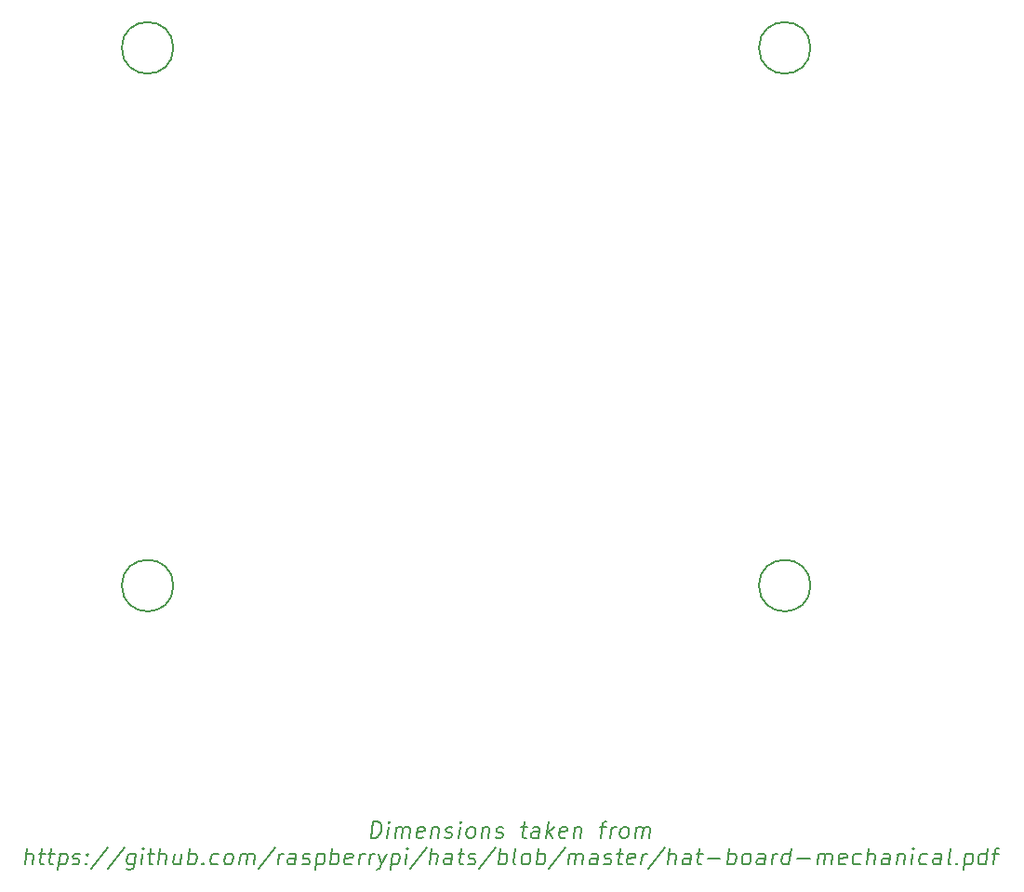
<source format=gbr>
%TF.GenerationSoftware,KiCad,Pcbnew,7.0.2*%
%TF.CreationDate,2023-08-03T10:05:33+01:00*%
%TF.ProjectId,ElectriPi,456c6563-7472-4695-9069-2e6b69636164,rev?*%
%TF.SameCoordinates,Original*%
%TF.FileFunction,Other,Comment*%
%FSLAX46Y46*%
G04 Gerber Fmt 4.6, Leading zero omitted, Abs format (unit mm)*
G04 Created by KiCad (PCBNEW 7.0.2) date 2023-08-03 10:05:33*
%MOMM*%
%LPD*%
G01*
G04 APERTURE LIST*
%ADD10C,0.150000*%
G04 APERTURE END LIST*
D10*
X109075895Y-128728928D02*
X109263395Y-127228928D01*
X109263395Y-127228928D02*
X109620538Y-127228928D01*
X109620538Y-127228928D02*
X109825895Y-127300357D01*
X109825895Y-127300357D02*
X109950895Y-127443214D01*
X109950895Y-127443214D02*
X110004466Y-127586071D01*
X110004466Y-127586071D02*
X110040181Y-127871785D01*
X110040181Y-127871785D02*
X110013395Y-128086071D01*
X110013395Y-128086071D02*
X109906252Y-128371785D01*
X109906252Y-128371785D02*
X109816966Y-128514642D01*
X109816966Y-128514642D02*
X109656252Y-128657500D01*
X109656252Y-128657500D02*
X109433038Y-128728928D01*
X109433038Y-128728928D02*
X109075895Y-128728928D01*
X110566966Y-128728928D02*
X110691966Y-127728928D01*
X110754466Y-127228928D02*
X110674109Y-127300357D01*
X110674109Y-127300357D02*
X110736609Y-127371785D01*
X110736609Y-127371785D02*
X110816966Y-127300357D01*
X110816966Y-127300357D02*
X110754466Y-127228928D01*
X110754466Y-127228928D02*
X110736609Y-127371785D01*
X111272323Y-128728928D02*
X111397323Y-127728928D01*
X111379466Y-127871785D02*
X111459823Y-127800357D01*
X111459823Y-127800357D02*
X111611609Y-127728928D01*
X111611609Y-127728928D02*
X111825894Y-127728928D01*
X111825894Y-127728928D02*
X111959823Y-127800357D01*
X111959823Y-127800357D02*
X112013394Y-127943214D01*
X112013394Y-127943214D02*
X111915180Y-128728928D01*
X112013394Y-127943214D02*
X112102680Y-127800357D01*
X112102680Y-127800357D02*
X112254466Y-127728928D01*
X112254466Y-127728928D02*
X112468751Y-127728928D01*
X112468751Y-127728928D02*
X112602680Y-127800357D01*
X112602680Y-127800357D02*
X112656251Y-127943214D01*
X112656251Y-127943214D02*
X112558037Y-128728928D01*
X113843751Y-128657500D02*
X113691965Y-128728928D01*
X113691965Y-128728928D02*
X113406251Y-128728928D01*
X113406251Y-128728928D02*
X113272322Y-128657500D01*
X113272322Y-128657500D02*
X113218751Y-128514642D01*
X113218751Y-128514642D02*
X113290180Y-127943214D01*
X113290180Y-127943214D02*
X113379465Y-127800357D01*
X113379465Y-127800357D02*
X113531251Y-127728928D01*
X113531251Y-127728928D02*
X113816965Y-127728928D01*
X113816965Y-127728928D02*
X113950894Y-127800357D01*
X113950894Y-127800357D02*
X114004465Y-127943214D01*
X114004465Y-127943214D02*
X113986608Y-128086071D01*
X113986608Y-128086071D02*
X113254465Y-128228928D01*
X114665180Y-127728928D02*
X114540180Y-128728928D01*
X114647323Y-127871785D02*
X114727680Y-127800357D01*
X114727680Y-127800357D02*
X114879466Y-127728928D01*
X114879466Y-127728928D02*
X115093751Y-127728928D01*
X115093751Y-127728928D02*
X115227680Y-127800357D01*
X115227680Y-127800357D02*
X115281251Y-127943214D01*
X115281251Y-127943214D02*
X115183037Y-128728928D01*
X115825894Y-128657500D02*
X115959822Y-128728928D01*
X115959822Y-128728928D02*
X116245537Y-128728928D01*
X116245537Y-128728928D02*
X116397322Y-128657500D01*
X116397322Y-128657500D02*
X116486608Y-128514642D01*
X116486608Y-128514642D02*
X116495537Y-128443214D01*
X116495537Y-128443214D02*
X116441965Y-128300357D01*
X116441965Y-128300357D02*
X116308037Y-128228928D01*
X116308037Y-128228928D02*
X116093751Y-128228928D01*
X116093751Y-128228928D02*
X115959822Y-128157500D01*
X115959822Y-128157500D02*
X115906251Y-128014642D01*
X115906251Y-128014642D02*
X115915180Y-127943214D01*
X115915180Y-127943214D02*
X116004465Y-127800357D01*
X116004465Y-127800357D02*
X116156251Y-127728928D01*
X116156251Y-127728928D02*
X116370537Y-127728928D01*
X116370537Y-127728928D02*
X116504465Y-127800357D01*
X117093751Y-128728928D02*
X117218751Y-127728928D01*
X117281251Y-127228928D02*
X117200894Y-127300357D01*
X117200894Y-127300357D02*
X117263394Y-127371785D01*
X117263394Y-127371785D02*
X117343751Y-127300357D01*
X117343751Y-127300357D02*
X117281251Y-127228928D01*
X117281251Y-127228928D02*
X117263394Y-127371785D01*
X118013394Y-128728928D02*
X117879465Y-128657500D01*
X117879465Y-128657500D02*
X117816965Y-128586071D01*
X117816965Y-128586071D02*
X117763394Y-128443214D01*
X117763394Y-128443214D02*
X117816965Y-128014642D01*
X117816965Y-128014642D02*
X117906251Y-127871785D01*
X117906251Y-127871785D02*
X117986608Y-127800357D01*
X117986608Y-127800357D02*
X118138394Y-127728928D01*
X118138394Y-127728928D02*
X118352679Y-127728928D01*
X118352679Y-127728928D02*
X118486608Y-127800357D01*
X118486608Y-127800357D02*
X118549108Y-127871785D01*
X118549108Y-127871785D02*
X118602679Y-128014642D01*
X118602679Y-128014642D02*
X118549108Y-128443214D01*
X118549108Y-128443214D02*
X118459822Y-128586071D01*
X118459822Y-128586071D02*
X118379465Y-128657500D01*
X118379465Y-128657500D02*
X118227679Y-128728928D01*
X118227679Y-128728928D02*
X118013394Y-128728928D01*
X119272322Y-127728928D02*
X119147322Y-128728928D01*
X119254465Y-127871785D02*
X119334822Y-127800357D01*
X119334822Y-127800357D02*
X119486608Y-127728928D01*
X119486608Y-127728928D02*
X119700893Y-127728928D01*
X119700893Y-127728928D02*
X119834822Y-127800357D01*
X119834822Y-127800357D02*
X119888393Y-127943214D01*
X119888393Y-127943214D02*
X119790179Y-128728928D01*
X120433036Y-128657500D02*
X120566964Y-128728928D01*
X120566964Y-128728928D02*
X120852679Y-128728928D01*
X120852679Y-128728928D02*
X121004464Y-128657500D01*
X121004464Y-128657500D02*
X121093750Y-128514642D01*
X121093750Y-128514642D02*
X121102679Y-128443214D01*
X121102679Y-128443214D02*
X121049107Y-128300357D01*
X121049107Y-128300357D02*
X120915179Y-128228928D01*
X120915179Y-128228928D02*
X120700893Y-128228928D01*
X120700893Y-128228928D02*
X120566964Y-128157500D01*
X120566964Y-128157500D02*
X120513393Y-128014642D01*
X120513393Y-128014642D02*
X120522322Y-127943214D01*
X120522322Y-127943214D02*
X120611607Y-127800357D01*
X120611607Y-127800357D02*
X120763393Y-127728928D01*
X120763393Y-127728928D02*
X120977679Y-127728928D01*
X120977679Y-127728928D02*
X121111607Y-127800357D01*
X122754464Y-127728928D02*
X123325893Y-127728928D01*
X123031250Y-127228928D02*
X122870536Y-128514642D01*
X122870536Y-128514642D02*
X122924107Y-128657500D01*
X122924107Y-128657500D02*
X123058036Y-128728928D01*
X123058036Y-128728928D02*
X123200893Y-128728928D01*
X124334821Y-128728928D02*
X124433035Y-127943214D01*
X124433035Y-127943214D02*
X124379464Y-127800357D01*
X124379464Y-127800357D02*
X124245535Y-127728928D01*
X124245535Y-127728928D02*
X123959821Y-127728928D01*
X123959821Y-127728928D02*
X123808035Y-127800357D01*
X124343750Y-128657500D02*
X124191964Y-128728928D01*
X124191964Y-128728928D02*
X123834821Y-128728928D01*
X123834821Y-128728928D02*
X123700892Y-128657500D01*
X123700892Y-128657500D02*
X123647321Y-128514642D01*
X123647321Y-128514642D02*
X123665178Y-128371785D01*
X123665178Y-128371785D02*
X123754464Y-128228928D01*
X123754464Y-128228928D02*
X123906250Y-128157500D01*
X123906250Y-128157500D02*
X124263392Y-128157500D01*
X124263392Y-128157500D02*
X124415178Y-128086071D01*
X125040178Y-128728928D02*
X125227678Y-127228928D01*
X125254464Y-128157500D02*
X125611606Y-128728928D01*
X125736606Y-127728928D02*
X125093749Y-128300357D01*
X126825892Y-128657500D02*
X126674106Y-128728928D01*
X126674106Y-128728928D02*
X126388392Y-128728928D01*
X126388392Y-128728928D02*
X126254463Y-128657500D01*
X126254463Y-128657500D02*
X126200892Y-128514642D01*
X126200892Y-128514642D02*
X126272321Y-127943214D01*
X126272321Y-127943214D02*
X126361606Y-127800357D01*
X126361606Y-127800357D02*
X126513392Y-127728928D01*
X126513392Y-127728928D02*
X126799106Y-127728928D01*
X126799106Y-127728928D02*
X126933035Y-127800357D01*
X126933035Y-127800357D02*
X126986606Y-127943214D01*
X126986606Y-127943214D02*
X126968749Y-128086071D01*
X126968749Y-128086071D02*
X126236606Y-128228928D01*
X127647321Y-127728928D02*
X127522321Y-128728928D01*
X127629464Y-127871785D02*
X127709821Y-127800357D01*
X127709821Y-127800357D02*
X127861607Y-127728928D01*
X127861607Y-127728928D02*
X128075892Y-127728928D01*
X128075892Y-127728928D02*
X128209821Y-127800357D01*
X128209821Y-127800357D02*
X128263392Y-127943214D01*
X128263392Y-127943214D02*
X128165178Y-128728928D01*
X129924106Y-127728928D02*
X130495535Y-127728928D01*
X130013392Y-128728928D02*
X130174106Y-127443214D01*
X130174106Y-127443214D02*
X130263392Y-127300357D01*
X130263392Y-127300357D02*
X130415178Y-127228928D01*
X130415178Y-127228928D02*
X130558035Y-127228928D01*
X130861606Y-128728928D02*
X130986606Y-127728928D01*
X130950892Y-128014642D02*
X131040177Y-127871785D01*
X131040177Y-127871785D02*
X131120534Y-127800357D01*
X131120534Y-127800357D02*
X131272320Y-127728928D01*
X131272320Y-127728928D02*
X131415177Y-127728928D01*
X131995535Y-128728928D02*
X131861606Y-128657500D01*
X131861606Y-128657500D02*
X131799106Y-128586071D01*
X131799106Y-128586071D02*
X131745535Y-128443214D01*
X131745535Y-128443214D02*
X131799106Y-128014642D01*
X131799106Y-128014642D02*
X131888392Y-127871785D01*
X131888392Y-127871785D02*
X131968749Y-127800357D01*
X131968749Y-127800357D02*
X132120535Y-127728928D01*
X132120535Y-127728928D02*
X132334820Y-127728928D01*
X132334820Y-127728928D02*
X132468749Y-127800357D01*
X132468749Y-127800357D02*
X132531249Y-127871785D01*
X132531249Y-127871785D02*
X132584820Y-128014642D01*
X132584820Y-128014642D02*
X132531249Y-128443214D01*
X132531249Y-128443214D02*
X132441963Y-128586071D01*
X132441963Y-128586071D02*
X132361606Y-128657500D01*
X132361606Y-128657500D02*
X132209820Y-128728928D01*
X132209820Y-128728928D02*
X131995535Y-128728928D01*
X133129463Y-128728928D02*
X133254463Y-127728928D01*
X133236606Y-127871785D02*
X133316963Y-127800357D01*
X133316963Y-127800357D02*
X133468749Y-127728928D01*
X133468749Y-127728928D02*
X133683034Y-127728928D01*
X133683034Y-127728928D02*
X133816963Y-127800357D01*
X133816963Y-127800357D02*
X133870534Y-127943214D01*
X133870534Y-127943214D02*
X133772320Y-128728928D01*
X133870534Y-127943214D02*
X133959820Y-127800357D01*
X133959820Y-127800357D02*
X134111606Y-127728928D01*
X134111606Y-127728928D02*
X134325891Y-127728928D01*
X134325891Y-127728928D02*
X134459820Y-127800357D01*
X134459820Y-127800357D02*
X134513391Y-127943214D01*
X134513391Y-127943214D02*
X134415177Y-128728928D01*
X77611612Y-131158928D02*
X77799112Y-129658928D01*
X78254469Y-131158928D02*
X78352683Y-130373214D01*
X78352683Y-130373214D02*
X78299112Y-130230357D01*
X78299112Y-130230357D02*
X78165183Y-130158928D01*
X78165183Y-130158928D02*
X77950898Y-130158928D01*
X77950898Y-130158928D02*
X77799112Y-130230357D01*
X77799112Y-130230357D02*
X77718755Y-130301785D01*
X78870540Y-130158928D02*
X79441969Y-130158928D01*
X79147326Y-129658928D02*
X78986612Y-130944642D01*
X78986612Y-130944642D02*
X79040183Y-131087500D01*
X79040183Y-131087500D02*
X79174112Y-131158928D01*
X79174112Y-131158928D02*
X79316969Y-131158928D01*
X79718754Y-130158928D02*
X80290183Y-130158928D01*
X79995540Y-129658928D02*
X79834826Y-130944642D01*
X79834826Y-130944642D02*
X79888397Y-131087500D01*
X79888397Y-131087500D02*
X80022326Y-131158928D01*
X80022326Y-131158928D02*
X80165183Y-131158928D01*
X80781254Y-130158928D02*
X80593754Y-131658928D01*
X80772325Y-130230357D02*
X80924111Y-130158928D01*
X80924111Y-130158928D02*
X81209825Y-130158928D01*
X81209825Y-130158928D02*
X81343754Y-130230357D01*
X81343754Y-130230357D02*
X81406254Y-130301785D01*
X81406254Y-130301785D02*
X81459825Y-130444642D01*
X81459825Y-130444642D02*
X81406254Y-130873214D01*
X81406254Y-130873214D02*
X81316968Y-131016071D01*
X81316968Y-131016071D02*
X81236611Y-131087500D01*
X81236611Y-131087500D02*
X81084825Y-131158928D01*
X81084825Y-131158928D02*
X80799111Y-131158928D01*
X80799111Y-131158928D02*
X80665182Y-131087500D01*
X81879468Y-131087500D02*
X82013396Y-131158928D01*
X82013396Y-131158928D02*
X82299111Y-131158928D01*
X82299111Y-131158928D02*
X82450896Y-131087500D01*
X82450896Y-131087500D02*
X82540182Y-130944642D01*
X82540182Y-130944642D02*
X82549111Y-130873214D01*
X82549111Y-130873214D02*
X82495539Y-130730357D01*
X82495539Y-130730357D02*
X82361611Y-130658928D01*
X82361611Y-130658928D02*
X82147325Y-130658928D01*
X82147325Y-130658928D02*
X82013396Y-130587500D01*
X82013396Y-130587500D02*
X81959825Y-130444642D01*
X81959825Y-130444642D02*
X81968754Y-130373214D01*
X81968754Y-130373214D02*
X82058039Y-130230357D01*
X82058039Y-130230357D02*
X82209825Y-130158928D01*
X82209825Y-130158928D02*
X82424111Y-130158928D01*
X82424111Y-130158928D02*
X82558039Y-130230357D01*
X83165182Y-131016071D02*
X83227682Y-131087500D01*
X83227682Y-131087500D02*
X83147325Y-131158928D01*
X83147325Y-131158928D02*
X83084825Y-131087500D01*
X83084825Y-131087500D02*
X83165182Y-131016071D01*
X83165182Y-131016071D02*
X83147325Y-131158928D01*
X83263396Y-130230357D02*
X83325896Y-130301785D01*
X83325896Y-130301785D02*
X83245539Y-130373214D01*
X83245539Y-130373214D02*
X83183039Y-130301785D01*
X83183039Y-130301785D02*
X83263396Y-130230357D01*
X83263396Y-130230357D02*
X83245539Y-130373214D01*
X85120539Y-129587500D02*
X83593753Y-131516071D01*
X86638396Y-129587500D02*
X85111610Y-131516071D01*
X87656253Y-130158928D02*
X87504467Y-131373214D01*
X87504467Y-131373214D02*
X87415182Y-131516071D01*
X87415182Y-131516071D02*
X87334824Y-131587500D01*
X87334824Y-131587500D02*
X87183039Y-131658928D01*
X87183039Y-131658928D02*
X86968753Y-131658928D01*
X86968753Y-131658928D02*
X86834824Y-131587500D01*
X87540182Y-131087500D02*
X87388396Y-131158928D01*
X87388396Y-131158928D02*
X87102682Y-131158928D01*
X87102682Y-131158928D02*
X86968753Y-131087500D01*
X86968753Y-131087500D02*
X86906253Y-131016071D01*
X86906253Y-131016071D02*
X86852682Y-130873214D01*
X86852682Y-130873214D02*
X86906253Y-130444642D01*
X86906253Y-130444642D02*
X86995539Y-130301785D01*
X86995539Y-130301785D02*
X87075896Y-130230357D01*
X87075896Y-130230357D02*
X87227682Y-130158928D01*
X87227682Y-130158928D02*
X87513396Y-130158928D01*
X87513396Y-130158928D02*
X87647324Y-130230357D01*
X88174110Y-131158928D02*
X88299110Y-130158928D01*
X88361610Y-129658928D02*
X88281253Y-129730357D01*
X88281253Y-129730357D02*
X88343753Y-129801785D01*
X88343753Y-129801785D02*
X88424110Y-129730357D01*
X88424110Y-129730357D02*
X88361610Y-129658928D01*
X88361610Y-129658928D02*
X88343753Y-129801785D01*
X88790181Y-130158928D02*
X89361610Y-130158928D01*
X89066967Y-129658928D02*
X88906253Y-130944642D01*
X88906253Y-130944642D02*
X88959824Y-131087500D01*
X88959824Y-131087500D02*
X89093753Y-131158928D01*
X89093753Y-131158928D02*
X89236610Y-131158928D01*
X89727681Y-131158928D02*
X89915181Y-129658928D01*
X90370538Y-131158928D02*
X90468752Y-130373214D01*
X90468752Y-130373214D02*
X90415181Y-130230357D01*
X90415181Y-130230357D02*
X90281252Y-130158928D01*
X90281252Y-130158928D02*
X90066967Y-130158928D01*
X90066967Y-130158928D02*
X89915181Y-130230357D01*
X89915181Y-130230357D02*
X89834824Y-130301785D01*
X91843752Y-130158928D02*
X91718752Y-131158928D01*
X91200895Y-130158928D02*
X91102681Y-130944642D01*
X91102681Y-130944642D02*
X91156252Y-131087500D01*
X91156252Y-131087500D02*
X91290181Y-131158928D01*
X91290181Y-131158928D02*
X91504466Y-131158928D01*
X91504466Y-131158928D02*
X91656252Y-131087500D01*
X91656252Y-131087500D02*
X91736609Y-131016071D01*
X92424109Y-131158928D02*
X92611609Y-129658928D01*
X92540180Y-130230357D02*
X92691966Y-130158928D01*
X92691966Y-130158928D02*
X92977680Y-130158928D01*
X92977680Y-130158928D02*
X93111609Y-130230357D01*
X93111609Y-130230357D02*
X93174109Y-130301785D01*
X93174109Y-130301785D02*
X93227680Y-130444642D01*
X93227680Y-130444642D02*
X93174109Y-130873214D01*
X93174109Y-130873214D02*
X93084823Y-131016071D01*
X93084823Y-131016071D02*
X93004466Y-131087500D01*
X93004466Y-131087500D02*
X92852680Y-131158928D01*
X92852680Y-131158928D02*
X92566966Y-131158928D01*
X92566966Y-131158928D02*
X92433037Y-131087500D01*
X93790180Y-131016071D02*
X93852680Y-131087500D01*
X93852680Y-131087500D02*
X93772323Y-131158928D01*
X93772323Y-131158928D02*
X93709823Y-131087500D01*
X93709823Y-131087500D02*
X93790180Y-131016071D01*
X93790180Y-131016071D02*
X93772323Y-131158928D01*
X95129466Y-131087500D02*
X94977680Y-131158928D01*
X94977680Y-131158928D02*
X94691966Y-131158928D01*
X94691966Y-131158928D02*
X94558037Y-131087500D01*
X94558037Y-131087500D02*
X94495537Y-131016071D01*
X94495537Y-131016071D02*
X94441966Y-130873214D01*
X94441966Y-130873214D02*
X94495537Y-130444642D01*
X94495537Y-130444642D02*
X94584823Y-130301785D01*
X94584823Y-130301785D02*
X94665180Y-130230357D01*
X94665180Y-130230357D02*
X94816966Y-130158928D01*
X94816966Y-130158928D02*
X95102680Y-130158928D01*
X95102680Y-130158928D02*
X95236608Y-130230357D01*
X95968752Y-131158928D02*
X95834823Y-131087500D01*
X95834823Y-131087500D02*
X95772323Y-131016071D01*
X95772323Y-131016071D02*
X95718752Y-130873214D01*
X95718752Y-130873214D02*
X95772323Y-130444642D01*
X95772323Y-130444642D02*
X95861609Y-130301785D01*
X95861609Y-130301785D02*
X95941966Y-130230357D01*
X95941966Y-130230357D02*
X96093752Y-130158928D01*
X96093752Y-130158928D02*
X96308037Y-130158928D01*
X96308037Y-130158928D02*
X96441966Y-130230357D01*
X96441966Y-130230357D02*
X96504466Y-130301785D01*
X96504466Y-130301785D02*
X96558037Y-130444642D01*
X96558037Y-130444642D02*
X96504466Y-130873214D01*
X96504466Y-130873214D02*
X96415180Y-131016071D01*
X96415180Y-131016071D02*
X96334823Y-131087500D01*
X96334823Y-131087500D02*
X96183037Y-131158928D01*
X96183037Y-131158928D02*
X95968752Y-131158928D01*
X97102680Y-131158928D02*
X97227680Y-130158928D01*
X97209823Y-130301785D02*
X97290180Y-130230357D01*
X97290180Y-130230357D02*
X97441966Y-130158928D01*
X97441966Y-130158928D02*
X97656251Y-130158928D01*
X97656251Y-130158928D02*
X97790180Y-130230357D01*
X97790180Y-130230357D02*
X97843751Y-130373214D01*
X97843751Y-130373214D02*
X97745537Y-131158928D01*
X97843751Y-130373214D02*
X97933037Y-130230357D01*
X97933037Y-130230357D02*
X98084823Y-130158928D01*
X98084823Y-130158928D02*
X98299108Y-130158928D01*
X98299108Y-130158928D02*
X98433037Y-130230357D01*
X98433037Y-130230357D02*
X98486608Y-130373214D01*
X98486608Y-130373214D02*
X98388394Y-131158928D01*
X100361608Y-129587500D02*
X98834822Y-131516071D01*
X100611608Y-131158928D02*
X100736608Y-130158928D01*
X100700894Y-130444642D02*
X100790179Y-130301785D01*
X100790179Y-130301785D02*
X100870536Y-130230357D01*
X100870536Y-130230357D02*
X101022322Y-130158928D01*
X101022322Y-130158928D02*
X101165179Y-130158928D01*
X102174108Y-131158928D02*
X102272322Y-130373214D01*
X102272322Y-130373214D02*
X102218751Y-130230357D01*
X102218751Y-130230357D02*
X102084822Y-130158928D01*
X102084822Y-130158928D02*
X101799108Y-130158928D01*
X101799108Y-130158928D02*
X101647322Y-130230357D01*
X102183037Y-131087500D02*
X102031251Y-131158928D01*
X102031251Y-131158928D02*
X101674108Y-131158928D01*
X101674108Y-131158928D02*
X101540179Y-131087500D01*
X101540179Y-131087500D02*
X101486608Y-130944642D01*
X101486608Y-130944642D02*
X101504465Y-130801785D01*
X101504465Y-130801785D02*
X101593751Y-130658928D01*
X101593751Y-130658928D02*
X101745537Y-130587500D01*
X101745537Y-130587500D02*
X102102679Y-130587500D01*
X102102679Y-130587500D02*
X102254465Y-130516071D01*
X102816965Y-131087500D02*
X102950893Y-131158928D01*
X102950893Y-131158928D02*
X103236608Y-131158928D01*
X103236608Y-131158928D02*
X103388393Y-131087500D01*
X103388393Y-131087500D02*
X103477679Y-130944642D01*
X103477679Y-130944642D02*
X103486608Y-130873214D01*
X103486608Y-130873214D02*
X103433036Y-130730357D01*
X103433036Y-130730357D02*
X103299108Y-130658928D01*
X103299108Y-130658928D02*
X103084822Y-130658928D01*
X103084822Y-130658928D02*
X102950893Y-130587500D01*
X102950893Y-130587500D02*
X102897322Y-130444642D01*
X102897322Y-130444642D02*
X102906251Y-130373214D01*
X102906251Y-130373214D02*
X102995536Y-130230357D01*
X102995536Y-130230357D02*
X103147322Y-130158928D01*
X103147322Y-130158928D02*
X103361608Y-130158928D01*
X103361608Y-130158928D02*
X103495536Y-130230357D01*
X104209822Y-130158928D02*
X104022322Y-131658928D01*
X104200893Y-130230357D02*
X104352679Y-130158928D01*
X104352679Y-130158928D02*
X104638393Y-130158928D01*
X104638393Y-130158928D02*
X104772322Y-130230357D01*
X104772322Y-130230357D02*
X104834822Y-130301785D01*
X104834822Y-130301785D02*
X104888393Y-130444642D01*
X104888393Y-130444642D02*
X104834822Y-130873214D01*
X104834822Y-130873214D02*
X104745536Y-131016071D01*
X104745536Y-131016071D02*
X104665179Y-131087500D01*
X104665179Y-131087500D02*
X104513393Y-131158928D01*
X104513393Y-131158928D02*
X104227679Y-131158928D01*
X104227679Y-131158928D02*
X104093750Y-131087500D01*
X105370536Y-131158928D02*
X105558036Y-129658928D01*
X105486607Y-130230357D02*
X105638393Y-130158928D01*
X105638393Y-130158928D02*
X105924107Y-130158928D01*
X105924107Y-130158928D02*
X106058036Y-130230357D01*
X106058036Y-130230357D02*
X106120536Y-130301785D01*
X106120536Y-130301785D02*
X106174107Y-130444642D01*
X106174107Y-130444642D02*
X106120536Y-130873214D01*
X106120536Y-130873214D02*
X106031250Y-131016071D01*
X106031250Y-131016071D02*
X105950893Y-131087500D01*
X105950893Y-131087500D02*
X105799107Y-131158928D01*
X105799107Y-131158928D02*
X105513393Y-131158928D01*
X105513393Y-131158928D02*
X105379464Y-131087500D01*
X107299107Y-131087500D02*
X107147321Y-131158928D01*
X107147321Y-131158928D02*
X106861607Y-131158928D01*
X106861607Y-131158928D02*
X106727678Y-131087500D01*
X106727678Y-131087500D02*
X106674107Y-130944642D01*
X106674107Y-130944642D02*
X106745536Y-130373214D01*
X106745536Y-130373214D02*
X106834821Y-130230357D01*
X106834821Y-130230357D02*
X106986607Y-130158928D01*
X106986607Y-130158928D02*
X107272321Y-130158928D01*
X107272321Y-130158928D02*
X107406250Y-130230357D01*
X107406250Y-130230357D02*
X107459821Y-130373214D01*
X107459821Y-130373214D02*
X107441964Y-130516071D01*
X107441964Y-130516071D02*
X106709821Y-130658928D01*
X107995536Y-131158928D02*
X108120536Y-130158928D01*
X108084822Y-130444642D02*
X108174107Y-130301785D01*
X108174107Y-130301785D02*
X108254464Y-130230357D01*
X108254464Y-130230357D02*
X108406250Y-130158928D01*
X108406250Y-130158928D02*
X108549107Y-130158928D01*
X108915179Y-131158928D02*
X109040179Y-130158928D01*
X109004465Y-130444642D02*
X109093750Y-130301785D01*
X109093750Y-130301785D02*
X109174107Y-130230357D01*
X109174107Y-130230357D02*
X109325893Y-130158928D01*
X109325893Y-130158928D02*
X109468750Y-130158928D01*
X109816965Y-130158928D02*
X110049108Y-131158928D01*
X110531250Y-130158928D02*
X110049108Y-131158928D01*
X110049108Y-131158928D02*
X109861608Y-131516071D01*
X109861608Y-131516071D02*
X109781250Y-131587500D01*
X109781250Y-131587500D02*
X109629465Y-131658928D01*
X111031251Y-130158928D02*
X110843751Y-131658928D01*
X111022322Y-130230357D02*
X111174108Y-130158928D01*
X111174108Y-130158928D02*
X111459822Y-130158928D01*
X111459822Y-130158928D02*
X111593751Y-130230357D01*
X111593751Y-130230357D02*
X111656251Y-130301785D01*
X111656251Y-130301785D02*
X111709822Y-130444642D01*
X111709822Y-130444642D02*
X111656251Y-130873214D01*
X111656251Y-130873214D02*
X111566965Y-131016071D01*
X111566965Y-131016071D02*
X111486608Y-131087500D01*
X111486608Y-131087500D02*
X111334822Y-131158928D01*
X111334822Y-131158928D02*
X111049108Y-131158928D01*
X111049108Y-131158928D02*
X110915179Y-131087500D01*
X112191965Y-131158928D02*
X112316965Y-130158928D01*
X112379465Y-129658928D02*
X112299108Y-129730357D01*
X112299108Y-129730357D02*
X112361608Y-129801785D01*
X112361608Y-129801785D02*
X112441965Y-129730357D01*
X112441965Y-129730357D02*
X112379465Y-129658928D01*
X112379465Y-129658928D02*
X112361608Y-129801785D01*
X114165179Y-129587500D02*
X112638393Y-131516071D01*
X114415179Y-131158928D02*
X114602679Y-129658928D01*
X115058036Y-131158928D02*
X115156250Y-130373214D01*
X115156250Y-130373214D02*
X115102679Y-130230357D01*
X115102679Y-130230357D02*
X114968750Y-130158928D01*
X114968750Y-130158928D02*
X114754465Y-130158928D01*
X114754465Y-130158928D02*
X114602679Y-130230357D01*
X114602679Y-130230357D02*
X114522322Y-130301785D01*
X116406250Y-131158928D02*
X116504464Y-130373214D01*
X116504464Y-130373214D02*
X116450893Y-130230357D01*
X116450893Y-130230357D02*
X116316964Y-130158928D01*
X116316964Y-130158928D02*
X116031250Y-130158928D01*
X116031250Y-130158928D02*
X115879464Y-130230357D01*
X116415179Y-131087500D02*
X116263393Y-131158928D01*
X116263393Y-131158928D02*
X115906250Y-131158928D01*
X115906250Y-131158928D02*
X115772321Y-131087500D01*
X115772321Y-131087500D02*
X115718750Y-130944642D01*
X115718750Y-130944642D02*
X115736607Y-130801785D01*
X115736607Y-130801785D02*
X115825893Y-130658928D01*
X115825893Y-130658928D02*
X115977679Y-130587500D01*
X115977679Y-130587500D02*
X116334821Y-130587500D01*
X116334821Y-130587500D02*
X116486607Y-130516071D01*
X117022321Y-130158928D02*
X117593750Y-130158928D01*
X117299107Y-129658928D02*
X117138393Y-130944642D01*
X117138393Y-130944642D02*
X117191964Y-131087500D01*
X117191964Y-131087500D02*
X117325893Y-131158928D01*
X117325893Y-131158928D02*
X117468750Y-131158928D01*
X117897321Y-131087500D02*
X118031249Y-131158928D01*
X118031249Y-131158928D02*
X118316964Y-131158928D01*
X118316964Y-131158928D02*
X118468749Y-131087500D01*
X118468749Y-131087500D02*
X118558035Y-130944642D01*
X118558035Y-130944642D02*
X118566964Y-130873214D01*
X118566964Y-130873214D02*
X118513392Y-130730357D01*
X118513392Y-130730357D02*
X118379464Y-130658928D01*
X118379464Y-130658928D02*
X118165178Y-130658928D01*
X118165178Y-130658928D02*
X118031249Y-130587500D01*
X118031249Y-130587500D02*
X117977678Y-130444642D01*
X117977678Y-130444642D02*
X117986607Y-130373214D01*
X117986607Y-130373214D02*
X118075892Y-130230357D01*
X118075892Y-130230357D02*
X118227678Y-130158928D01*
X118227678Y-130158928D02*
X118441964Y-130158928D01*
X118441964Y-130158928D02*
X118575892Y-130230357D01*
X120433035Y-129587500D02*
X118906249Y-131516071D01*
X120683035Y-131158928D02*
X120870535Y-129658928D01*
X120799106Y-130230357D02*
X120950892Y-130158928D01*
X120950892Y-130158928D02*
X121236606Y-130158928D01*
X121236606Y-130158928D02*
X121370535Y-130230357D01*
X121370535Y-130230357D02*
X121433035Y-130301785D01*
X121433035Y-130301785D02*
X121486606Y-130444642D01*
X121486606Y-130444642D02*
X121433035Y-130873214D01*
X121433035Y-130873214D02*
X121343749Y-131016071D01*
X121343749Y-131016071D02*
X121263392Y-131087500D01*
X121263392Y-131087500D02*
X121111606Y-131158928D01*
X121111606Y-131158928D02*
X120825892Y-131158928D01*
X120825892Y-131158928D02*
X120691963Y-131087500D01*
X122245535Y-131158928D02*
X122111606Y-131087500D01*
X122111606Y-131087500D02*
X122058035Y-130944642D01*
X122058035Y-130944642D02*
X122218749Y-129658928D01*
X123022321Y-131158928D02*
X122888392Y-131087500D01*
X122888392Y-131087500D02*
X122825892Y-131016071D01*
X122825892Y-131016071D02*
X122772321Y-130873214D01*
X122772321Y-130873214D02*
X122825892Y-130444642D01*
X122825892Y-130444642D02*
X122915178Y-130301785D01*
X122915178Y-130301785D02*
X122995535Y-130230357D01*
X122995535Y-130230357D02*
X123147321Y-130158928D01*
X123147321Y-130158928D02*
X123361606Y-130158928D01*
X123361606Y-130158928D02*
X123495535Y-130230357D01*
X123495535Y-130230357D02*
X123558035Y-130301785D01*
X123558035Y-130301785D02*
X123611606Y-130444642D01*
X123611606Y-130444642D02*
X123558035Y-130873214D01*
X123558035Y-130873214D02*
X123468749Y-131016071D01*
X123468749Y-131016071D02*
X123388392Y-131087500D01*
X123388392Y-131087500D02*
X123236606Y-131158928D01*
X123236606Y-131158928D02*
X123022321Y-131158928D01*
X124156249Y-131158928D02*
X124343749Y-129658928D01*
X124272320Y-130230357D02*
X124424106Y-130158928D01*
X124424106Y-130158928D02*
X124709820Y-130158928D01*
X124709820Y-130158928D02*
X124843749Y-130230357D01*
X124843749Y-130230357D02*
X124906249Y-130301785D01*
X124906249Y-130301785D02*
X124959820Y-130444642D01*
X124959820Y-130444642D02*
X124906249Y-130873214D01*
X124906249Y-130873214D02*
X124816963Y-131016071D01*
X124816963Y-131016071D02*
X124736606Y-131087500D01*
X124736606Y-131087500D02*
X124584820Y-131158928D01*
X124584820Y-131158928D02*
X124299106Y-131158928D01*
X124299106Y-131158928D02*
X124165177Y-131087500D01*
X126772320Y-129587500D02*
X125245534Y-131516071D01*
X127022320Y-131158928D02*
X127147320Y-130158928D01*
X127129463Y-130301785D02*
X127209820Y-130230357D01*
X127209820Y-130230357D02*
X127361606Y-130158928D01*
X127361606Y-130158928D02*
X127575891Y-130158928D01*
X127575891Y-130158928D02*
X127709820Y-130230357D01*
X127709820Y-130230357D02*
X127763391Y-130373214D01*
X127763391Y-130373214D02*
X127665177Y-131158928D01*
X127763391Y-130373214D02*
X127852677Y-130230357D01*
X127852677Y-130230357D02*
X128004463Y-130158928D01*
X128004463Y-130158928D02*
X128218748Y-130158928D01*
X128218748Y-130158928D02*
X128352677Y-130230357D01*
X128352677Y-130230357D02*
X128406248Y-130373214D01*
X128406248Y-130373214D02*
X128308034Y-131158928D01*
X129656248Y-131158928D02*
X129754462Y-130373214D01*
X129754462Y-130373214D02*
X129700891Y-130230357D01*
X129700891Y-130230357D02*
X129566962Y-130158928D01*
X129566962Y-130158928D02*
X129281248Y-130158928D01*
X129281248Y-130158928D02*
X129129462Y-130230357D01*
X129665177Y-131087500D02*
X129513391Y-131158928D01*
X129513391Y-131158928D02*
X129156248Y-131158928D01*
X129156248Y-131158928D02*
X129022319Y-131087500D01*
X129022319Y-131087500D02*
X128968748Y-130944642D01*
X128968748Y-130944642D02*
X128986605Y-130801785D01*
X128986605Y-130801785D02*
X129075891Y-130658928D01*
X129075891Y-130658928D02*
X129227677Y-130587500D01*
X129227677Y-130587500D02*
X129584819Y-130587500D01*
X129584819Y-130587500D02*
X129736605Y-130516071D01*
X130299105Y-131087500D02*
X130433033Y-131158928D01*
X130433033Y-131158928D02*
X130718748Y-131158928D01*
X130718748Y-131158928D02*
X130870533Y-131087500D01*
X130870533Y-131087500D02*
X130959819Y-130944642D01*
X130959819Y-130944642D02*
X130968748Y-130873214D01*
X130968748Y-130873214D02*
X130915176Y-130730357D01*
X130915176Y-130730357D02*
X130781248Y-130658928D01*
X130781248Y-130658928D02*
X130566962Y-130658928D01*
X130566962Y-130658928D02*
X130433033Y-130587500D01*
X130433033Y-130587500D02*
X130379462Y-130444642D01*
X130379462Y-130444642D02*
X130388391Y-130373214D01*
X130388391Y-130373214D02*
X130477676Y-130230357D01*
X130477676Y-130230357D02*
X130629462Y-130158928D01*
X130629462Y-130158928D02*
X130843748Y-130158928D01*
X130843748Y-130158928D02*
X130977676Y-130230357D01*
X131477676Y-130158928D02*
X132049105Y-130158928D01*
X131754462Y-129658928D02*
X131593748Y-130944642D01*
X131593748Y-130944642D02*
X131647319Y-131087500D01*
X131647319Y-131087500D02*
X131781248Y-131158928D01*
X131781248Y-131158928D02*
X131924105Y-131158928D01*
X132995533Y-131087500D02*
X132843747Y-131158928D01*
X132843747Y-131158928D02*
X132558033Y-131158928D01*
X132558033Y-131158928D02*
X132424104Y-131087500D01*
X132424104Y-131087500D02*
X132370533Y-130944642D01*
X132370533Y-130944642D02*
X132441962Y-130373214D01*
X132441962Y-130373214D02*
X132531247Y-130230357D01*
X132531247Y-130230357D02*
X132683033Y-130158928D01*
X132683033Y-130158928D02*
X132968747Y-130158928D01*
X132968747Y-130158928D02*
X133102676Y-130230357D01*
X133102676Y-130230357D02*
X133156247Y-130373214D01*
X133156247Y-130373214D02*
X133138390Y-130516071D01*
X133138390Y-130516071D02*
X132406247Y-130658928D01*
X133691962Y-131158928D02*
X133816962Y-130158928D01*
X133781248Y-130444642D02*
X133870533Y-130301785D01*
X133870533Y-130301785D02*
X133950890Y-130230357D01*
X133950890Y-130230357D02*
X134102676Y-130158928D01*
X134102676Y-130158928D02*
X134245533Y-130158928D01*
X135879462Y-129587500D02*
X134352676Y-131516071D01*
X136129462Y-131158928D02*
X136316962Y-129658928D01*
X136772319Y-131158928D02*
X136870533Y-130373214D01*
X136870533Y-130373214D02*
X136816962Y-130230357D01*
X136816962Y-130230357D02*
X136683033Y-130158928D01*
X136683033Y-130158928D02*
X136468748Y-130158928D01*
X136468748Y-130158928D02*
X136316962Y-130230357D01*
X136316962Y-130230357D02*
X136236605Y-130301785D01*
X138120533Y-131158928D02*
X138218747Y-130373214D01*
X138218747Y-130373214D02*
X138165176Y-130230357D01*
X138165176Y-130230357D02*
X138031247Y-130158928D01*
X138031247Y-130158928D02*
X137745533Y-130158928D01*
X137745533Y-130158928D02*
X137593747Y-130230357D01*
X138129462Y-131087500D02*
X137977676Y-131158928D01*
X137977676Y-131158928D02*
X137620533Y-131158928D01*
X137620533Y-131158928D02*
X137486604Y-131087500D01*
X137486604Y-131087500D02*
X137433033Y-130944642D01*
X137433033Y-130944642D02*
X137450890Y-130801785D01*
X137450890Y-130801785D02*
X137540176Y-130658928D01*
X137540176Y-130658928D02*
X137691962Y-130587500D01*
X137691962Y-130587500D02*
X138049104Y-130587500D01*
X138049104Y-130587500D02*
X138200890Y-130516071D01*
X138736604Y-130158928D02*
X139308033Y-130158928D01*
X139013390Y-129658928D02*
X138852676Y-130944642D01*
X138852676Y-130944642D02*
X138906247Y-131087500D01*
X138906247Y-131087500D02*
X139040176Y-131158928D01*
X139040176Y-131158928D02*
X139183033Y-131158928D01*
X139745532Y-130587500D02*
X140888390Y-130587500D01*
X141531247Y-131158928D02*
X141718747Y-129658928D01*
X141647318Y-130230357D02*
X141799104Y-130158928D01*
X141799104Y-130158928D02*
X142084818Y-130158928D01*
X142084818Y-130158928D02*
X142218747Y-130230357D01*
X142218747Y-130230357D02*
X142281247Y-130301785D01*
X142281247Y-130301785D02*
X142334818Y-130444642D01*
X142334818Y-130444642D02*
X142281247Y-130873214D01*
X142281247Y-130873214D02*
X142191961Y-131016071D01*
X142191961Y-131016071D02*
X142111604Y-131087500D01*
X142111604Y-131087500D02*
X141959818Y-131158928D01*
X141959818Y-131158928D02*
X141674104Y-131158928D01*
X141674104Y-131158928D02*
X141540175Y-131087500D01*
X143093747Y-131158928D02*
X142959818Y-131087500D01*
X142959818Y-131087500D02*
X142897318Y-131016071D01*
X142897318Y-131016071D02*
X142843747Y-130873214D01*
X142843747Y-130873214D02*
X142897318Y-130444642D01*
X142897318Y-130444642D02*
X142986604Y-130301785D01*
X142986604Y-130301785D02*
X143066961Y-130230357D01*
X143066961Y-130230357D02*
X143218747Y-130158928D01*
X143218747Y-130158928D02*
X143433032Y-130158928D01*
X143433032Y-130158928D02*
X143566961Y-130230357D01*
X143566961Y-130230357D02*
X143629461Y-130301785D01*
X143629461Y-130301785D02*
X143683032Y-130444642D01*
X143683032Y-130444642D02*
X143629461Y-130873214D01*
X143629461Y-130873214D02*
X143540175Y-131016071D01*
X143540175Y-131016071D02*
X143459818Y-131087500D01*
X143459818Y-131087500D02*
X143308032Y-131158928D01*
X143308032Y-131158928D02*
X143093747Y-131158928D01*
X144870532Y-131158928D02*
X144968746Y-130373214D01*
X144968746Y-130373214D02*
X144915175Y-130230357D01*
X144915175Y-130230357D02*
X144781246Y-130158928D01*
X144781246Y-130158928D02*
X144495532Y-130158928D01*
X144495532Y-130158928D02*
X144343746Y-130230357D01*
X144879461Y-131087500D02*
X144727675Y-131158928D01*
X144727675Y-131158928D02*
X144370532Y-131158928D01*
X144370532Y-131158928D02*
X144236603Y-131087500D01*
X144236603Y-131087500D02*
X144183032Y-130944642D01*
X144183032Y-130944642D02*
X144200889Y-130801785D01*
X144200889Y-130801785D02*
X144290175Y-130658928D01*
X144290175Y-130658928D02*
X144441961Y-130587500D01*
X144441961Y-130587500D02*
X144799103Y-130587500D01*
X144799103Y-130587500D02*
X144950889Y-130516071D01*
X145575889Y-131158928D02*
X145700889Y-130158928D01*
X145665175Y-130444642D02*
X145754460Y-130301785D01*
X145754460Y-130301785D02*
X145834817Y-130230357D01*
X145834817Y-130230357D02*
X145986603Y-130158928D01*
X145986603Y-130158928D02*
X146129460Y-130158928D01*
X147138389Y-131158928D02*
X147325889Y-129658928D01*
X147147318Y-131087500D02*
X146995532Y-131158928D01*
X146995532Y-131158928D02*
X146709818Y-131158928D01*
X146709818Y-131158928D02*
X146575889Y-131087500D01*
X146575889Y-131087500D02*
X146513389Y-131016071D01*
X146513389Y-131016071D02*
X146459818Y-130873214D01*
X146459818Y-130873214D02*
X146513389Y-130444642D01*
X146513389Y-130444642D02*
X146602675Y-130301785D01*
X146602675Y-130301785D02*
X146683032Y-130230357D01*
X146683032Y-130230357D02*
X146834818Y-130158928D01*
X146834818Y-130158928D02*
X147120532Y-130158928D01*
X147120532Y-130158928D02*
X147254460Y-130230357D01*
X147915174Y-130587500D02*
X149058032Y-130587500D01*
X149700889Y-131158928D02*
X149825889Y-130158928D01*
X149808032Y-130301785D02*
X149888389Y-130230357D01*
X149888389Y-130230357D02*
X150040175Y-130158928D01*
X150040175Y-130158928D02*
X150254460Y-130158928D01*
X150254460Y-130158928D02*
X150388389Y-130230357D01*
X150388389Y-130230357D02*
X150441960Y-130373214D01*
X150441960Y-130373214D02*
X150343746Y-131158928D01*
X150441960Y-130373214D02*
X150531246Y-130230357D01*
X150531246Y-130230357D02*
X150683032Y-130158928D01*
X150683032Y-130158928D02*
X150897317Y-130158928D01*
X150897317Y-130158928D02*
X151031246Y-130230357D01*
X151031246Y-130230357D02*
X151084817Y-130373214D01*
X151084817Y-130373214D02*
X150986603Y-131158928D01*
X152272317Y-131087500D02*
X152120531Y-131158928D01*
X152120531Y-131158928D02*
X151834817Y-131158928D01*
X151834817Y-131158928D02*
X151700888Y-131087500D01*
X151700888Y-131087500D02*
X151647317Y-130944642D01*
X151647317Y-130944642D02*
X151718746Y-130373214D01*
X151718746Y-130373214D02*
X151808031Y-130230357D01*
X151808031Y-130230357D02*
X151959817Y-130158928D01*
X151959817Y-130158928D02*
X152245531Y-130158928D01*
X152245531Y-130158928D02*
X152379460Y-130230357D01*
X152379460Y-130230357D02*
X152433031Y-130373214D01*
X152433031Y-130373214D02*
X152415174Y-130516071D01*
X152415174Y-130516071D02*
X151683031Y-130658928D01*
X153620532Y-131087500D02*
X153468746Y-131158928D01*
X153468746Y-131158928D02*
X153183032Y-131158928D01*
X153183032Y-131158928D02*
X153049103Y-131087500D01*
X153049103Y-131087500D02*
X152986603Y-131016071D01*
X152986603Y-131016071D02*
X152933032Y-130873214D01*
X152933032Y-130873214D02*
X152986603Y-130444642D01*
X152986603Y-130444642D02*
X153075889Y-130301785D01*
X153075889Y-130301785D02*
X153156246Y-130230357D01*
X153156246Y-130230357D02*
X153308032Y-130158928D01*
X153308032Y-130158928D02*
X153593746Y-130158928D01*
X153593746Y-130158928D02*
X153727674Y-130230357D01*
X154245532Y-131158928D02*
X154433032Y-129658928D01*
X154888389Y-131158928D02*
X154986603Y-130373214D01*
X154986603Y-130373214D02*
X154933032Y-130230357D01*
X154933032Y-130230357D02*
X154799103Y-130158928D01*
X154799103Y-130158928D02*
X154584818Y-130158928D01*
X154584818Y-130158928D02*
X154433032Y-130230357D01*
X154433032Y-130230357D02*
X154352675Y-130301785D01*
X156236603Y-131158928D02*
X156334817Y-130373214D01*
X156334817Y-130373214D02*
X156281246Y-130230357D01*
X156281246Y-130230357D02*
X156147317Y-130158928D01*
X156147317Y-130158928D02*
X155861603Y-130158928D01*
X155861603Y-130158928D02*
X155709817Y-130230357D01*
X156245532Y-131087500D02*
X156093746Y-131158928D01*
X156093746Y-131158928D02*
X155736603Y-131158928D01*
X155736603Y-131158928D02*
X155602674Y-131087500D01*
X155602674Y-131087500D02*
X155549103Y-130944642D01*
X155549103Y-130944642D02*
X155566960Y-130801785D01*
X155566960Y-130801785D02*
X155656246Y-130658928D01*
X155656246Y-130658928D02*
X155808032Y-130587500D01*
X155808032Y-130587500D02*
X156165174Y-130587500D01*
X156165174Y-130587500D02*
X156316960Y-130516071D01*
X157066960Y-130158928D02*
X156941960Y-131158928D01*
X157049103Y-130301785D02*
X157129460Y-130230357D01*
X157129460Y-130230357D02*
X157281246Y-130158928D01*
X157281246Y-130158928D02*
X157495531Y-130158928D01*
X157495531Y-130158928D02*
X157629460Y-130230357D01*
X157629460Y-130230357D02*
X157683031Y-130373214D01*
X157683031Y-130373214D02*
X157584817Y-131158928D01*
X158290174Y-131158928D02*
X158415174Y-130158928D01*
X158477674Y-129658928D02*
X158397317Y-129730357D01*
X158397317Y-129730357D02*
X158459817Y-129801785D01*
X158459817Y-129801785D02*
X158540174Y-129730357D01*
X158540174Y-129730357D02*
X158477674Y-129658928D01*
X158477674Y-129658928D02*
X158459817Y-129801785D01*
X159647317Y-131087500D02*
X159495531Y-131158928D01*
X159495531Y-131158928D02*
X159209817Y-131158928D01*
X159209817Y-131158928D02*
X159075888Y-131087500D01*
X159075888Y-131087500D02*
X159013388Y-131016071D01*
X159013388Y-131016071D02*
X158959817Y-130873214D01*
X158959817Y-130873214D02*
X159013388Y-130444642D01*
X159013388Y-130444642D02*
X159102674Y-130301785D01*
X159102674Y-130301785D02*
X159183031Y-130230357D01*
X159183031Y-130230357D02*
X159334817Y-130158928D01*
X159334817Y-130158928D02*
X159620531Y-130158928D01*
X159620531Y-130158928D02*
X159754459Y-130230357D01*
X160915174Y-131158928D02*
X161013388Y-130373214D01*
X161013388Y-130373214D02*
X160959817Y-130230357D01*
X160959817Y-130230357D02*
X160825888Y-130158928D01*
X160825888Y-130158928D02*
X160540174Y-130158928D01*
X160540174Y-130158928D02*
X160388388Y-130230357D01*
X160924103Y-131087500D02*
X160772317Y-131158928D01*
X160772317Y-131158928D02*
X160415174Y-131158928D01*
X160415174Y-131158928D02*
X160281245Y-131087500D01*
X160281245Y-131087500D02*
X160227674Y-130944642D01*
X160227674Y-130944642D02*
X160245531Y-130801785D01*
X160245531Y-130801785D02*
X160334817Y-130658928D01*
X160334817Y-130658928D02*
X160486603Y-130587500D01*
X160486603Y-130587500D02*
X160843745Y-130587500D01*
X160843745Y-130587500D02*
X160995531Y-130516071D01*
X161834817Y-131158928D02*
X161700888Y-131087500D01*
X161700888Y-131087500D02*
X161647317Y-130944642D01*
X161647317Y-130944642D02*
X161808031Y-129658928D01*
X162415174Y-131016071D02*
X162477674Y-131087500D01*
X162477674Y-131087500D02*
X162397317Y-131158928D01*
X162397317Y-131158928D02*
X162334817Y-131087500D01*
X162334817Y-131087500D02*
X162415174Y-131016071D01*
X162415174Y-131016071D02*
X162397317Y-131158928D01*
X163227674Y-130158928D02*
X163040174Y-131658928D01*
X163218745Y-130230357D02*
X163370531Y-130158928D01*
X163370531Y-130158928D02*
X163656245Y-130158928D01*
X163656245Y-130158928D02*
X163790174Y-130230357D01*
X163790174Y-130230357D02*
X163852674Y-130301785D01*
X163852674Y-130301785D02*
X163906245Y-130444642D01*
X163906245Y-130444642D02*
X163852674Y-130873214D01*
X163852674Y-130873214D02*
X163763388Y-131016071D01*
X163763388Y-131016071D02*
X163683031Y-131087500D01*
X163683031Y-131087500D02*
X163531245Y-131158928D01*
X163531245Y-131158928D02*
X163245531Y-131158928D01*
X163245531Y-131158928D02*
X163111602Y-131087500D01*
X165031245Y-131158928D02*
X165218745Y-129658928D01*
X165040174Y-131087500D02*
X164888388Y-131158928D01*
X164888388Y-131158928D02*
X164602674Y-131158928D01*
X164602674Y-131158928D02*
X164468745Y-131087500D01*
X164468745Y-131087500D02*
X164406245Y-131016071D01*
X164406245Y-131016071D02*
X164352674Y-130873214D01*
X164352674Y-130873214D02*
X164406245Y-130444642D01*
X164406245Y-130444642D02*
X164495531Y-130301785D01*
X164495531Y-130301785D02*
X164575888Y-130230357D01*
X164575888Y-130230357D02*
X164727674Y-130158928D01*
X164727674Y-130158928D02*
X165013388Y-130158928D01*
X165013388Y-130158928D02*
X165147316Y-130230357D01*
X165647316Y-130158928D02*
X166218745Y-130158928D01*
X165736602Y-131158928D02*
X165897316Y-129873214D01*
X165897316Y-129873214D02*
X165986602Y-129730357D01*
X165986602Y-129730357D02*
X166138388Y-129658928D01*
X166138388Y-129658928D02*
X166281245Y-129658928D01*
%TO.C,H2*%
X91100000Y-56750000D02*
G75*
G03*
X91100000Y-56750000I-2350000J0D01*
G01*
%TO.C,H3*%
X149100000Y-56750000D02*
G75*
G03*
X149100000Y-56750000I-2350000J0D01*
G01*
%TO.C,H1*%
X149100000Y-105750000D02*
G75*
G03*
X149100000Y-105750000I-2350000J0D01*
G01*
%TO.C,H4*%
X91100000Y-105750000D02*
G75*
G03*
X91100000Y-105750000I-2350000J0D01*
G01*
%TD*%
M02*

</source>
